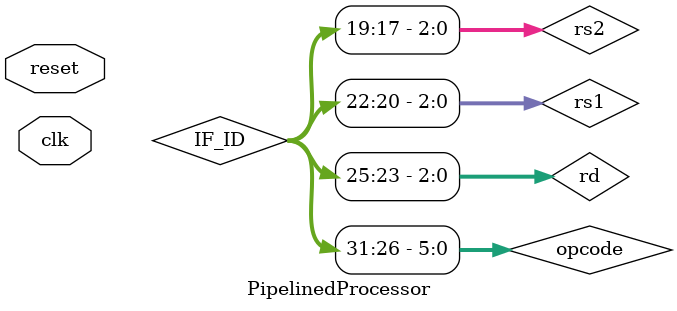
<source format=v>
module PipelinedProcessor(input clk, input reset);
    reg [31:0] PC = 0;
    reg [31:0] registers[0:7];
    reg [31:0] memory[0:15];
    reg [31:0] instruction_memory[0:15];

    // Pipeline Registers
    reg [31:0] IF_ID, ID_EX, EX_MEM, MEM_WB;

    // Load Instructions
    initial begin
        instruction_memory[0] = {6'b000000, 3'b001, 3'b010, 3'b011, 14'b0}; // ADD R1, R2, R3
        instruction_memory[1] = {6'b000001, 3'b100, 3'b001, 3'b010, 14'b0}; // SUB R4, R1, R2
        instruction_memory[2] = {6'b000010, 3'b101, 3'b011, 20'b0};         // LOAD R5, 0(R3)
    end

    wire [5:0] opcode = IF_ID[31:26];
    wire [2:0] rd = IF_ID[25:23];
    wire [2:0] rs1 = IF_ID[22:20];
    wire [2:0] rs2 = IF_ID[19:17];

    // Fetch Stage
    always @(posedge clk or posedge reset) begin
        if (reset) PC <= 0;
        else begin
            IF_ID <= instruction_memory[PC];
            PC <= PC + 1;
        end
    end

    // Decode Stage
    always @(posedge clk) begin
        case (opcode)
            6'b000000: ID_EX <= {opcode, rd, rs1, rs2}; // ADD
            6'b000001: ID_EX <= {opcode, rd, rs1, rs2}; // SUB
            6'b000010: ID_EX <= {opcode, rd, rs1};      // LOAD
        endcase
    end

    // Execute Stage
    always @(posedge clk) begin
        case (ID_EX[31:26])
            6'b000000: EX_MEM <= {ID_EX[25:23], registers[ID_EX[22:20]] + registers[ID_EX[19:17]]}; // ADD
            6'b000001: EX_MEM <= {ID_EX[25:23], registers[ID_EX[22:20]] - registers[ID_EX[19:17]]}; // SUB
            6'b000010: EX_MEM <= {ID_EX[25:23], memory[registers[ID_EX[22:20]]]}; // LOAD
        endcase
    end

    // Memory and Write Back
    always @(posedge clk) begin
        registers[EX_MEM[31:29]] <= EX_MEM[28:0];
        MEM_WB <= EX_MEM;
    end
endmodule

</source>
